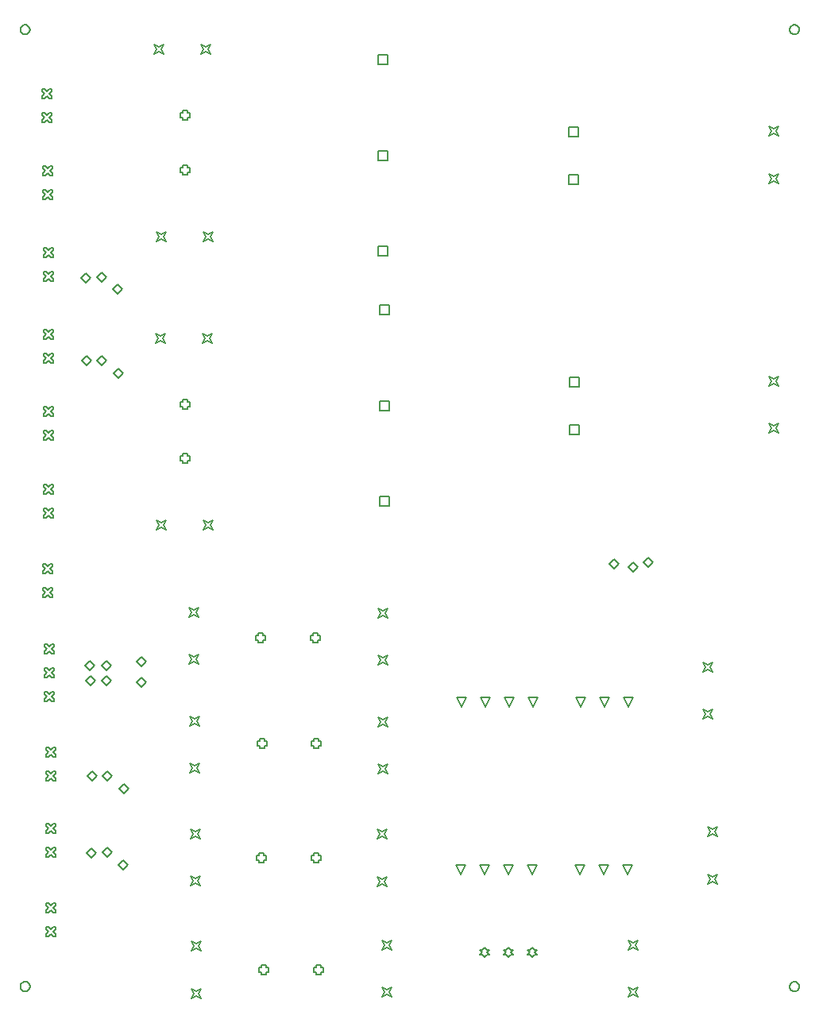
<source format=gbr>
%FSTAX23Y23*%
%MOIN*%
%SFA1B1*%

%IPPOS*%
%ADD49C,0.005000*%
%ADD72C,0.006667*%
%LNpcb.psu.dcdc.001.a1_drawing_1-1*%
%LPD*%
G54D49*
X01644Y02574D02*
Y02614D01*
X01684*
Y02574*
X01644*
Y02172D02*
Y02212D01*
X01684*
Y02172*
X01644*
Y02976D02*
Y03016D01*
X01684*
Y02976*
X01644*
X02443Y02474D02*
Y02514D01*
X02483*
Y02474*
X02443*
Y02674D02*
Y02714D01*
X02483*
Y02674*
X02443*
X0164Y03623D02*
Y03663D01*
X0168*
Y03623*
X0164*
Y03222D02*
Y03262D01*
X0168*
Y03222*
X0164*
Y04025D02*
Y04065D01*
X0168*
Y04025*
X0164*
X02439Y03523D02*
Y03563D01*
X02479*
Y03523*
X02439*
Y03724D02*
Y03764D01*
X02479*
Y03724*
X02439*
X01986Y00625D02*
X01966Y00665D01*
X02006*
X01986Y00625*
X02086D02*
X02066Y00665D01*
X02106*
X02086Y00625*
X02186D02*
X02166Y00665D01*
X02206*
X02186Y00625*
X02286D02*
X02266Y00665D01*
X02306*
X02286Y00625*
X02486D02*
X02466Y00665D01*
X02506*
X02486Y00625*
X02586D02*
X02566Y00665D01*
X02606*
X02586Y00625*
X02686D02*
X02666Y00665D01*
X02706*
X02686Y00625*
X02284Y00281D02*
X02294Y00291D01*
X02304*
X02294Y00301*
X02304Y00311*
X02294*
X02284Y00321*
X02274Y00311*
X02264*
X02274Y00301*
X02264Y00291*
X02274*
X02284Y00281*
X02184D02*
X02194Y00291D01*
X02204*
X02194Y00301*
X02204Y00311*
X02194*
X02184Y00321*
X02174Y00311*
X02164*
X02174Y00301*
X02164Y00291*
X02174*
X02184Y00281*
X02084D02*
X02094Y00291D01*
X02104*
X02094Y00301*
X02104Y00311*
X02094*
X02084Y00321*
X02074Y00311*
X02064*
X02074Y00301*
X02064Y00291*
X02074*
X02084Y00281*
X01655Y00114D02*
X01665Y00134D01*
X01655Y00154*
X01675Y00144*
X01695Y00154*
X01685Y00134*
X01695Y00114*
X01675Y00124*
X01655Y00114*
Y00311D02*
X01665Y00331D01*
X01655Y00351*
X01675Y00341*
X01695Y00351*
X01685Y00331*
X01695Y00311*
X01675Y00321*
X01655Y00311*
X0114Y00686D02*
Y00676D01*
X0116*
Y00686*
X0117*
Y00706*
X0116*
Y00716*
X0114*
Y00706*
X0113*
Y00686*
X0114*
X01368D02*
Y00676D01*
X01388*
Y00686*
X01398*
Y00706*
X01388*
Y00716*
X01368*
Y00706*
X01358*
Y00686*
X01368*
X00851Y0058D02*
X00861Y006D01*
X00851Y0062*
X00871Y0061*
X00891Y0062*
X00881Y006*
X00891Y0058*
X00871Y0059*
X00851Y0058*
Y00777D02*
X00861Y00797D01*
X00851Y00817*
X00871Y00807*
X00891Y00817*
X00881Y00797*
X00891Y00777*
X00871Y00787*
X00851Y00777*
X00849Y01054D02*
X00859Y01074D01*
X00849Y01094*
X00869Y01084*
X00889Y01094*
X00879Y01074*
X00889Y01054*
X00869Y01064*
X00849Y01054*
Y01251D02*
X00859Y01271D01*
X00849Y01291*
X00869Y01281*
X00889Y01291*
X00879Y01271*
X00889Y01251*
X00869Y01261*
X00849Y01251*
X0328Y0248D02*
X0329Y025D01*
X0328Y0252*
X033Y0251*
X0332Y0252*
X0331Y025*
X0332Y0248*
X033Y0249*
X0328Y0248*
Y02676D02*
X0329Y02696D01*
X0328Y02716*
X033Y02706*
X0332Y02716*
X0331Y02696*
X0332Y02676*
X033Y02686*
X0328Y02676*
X00817Y02362D02*
Y02352D01*
X00837*
Y02362*
X00847*
Y02382*
X00837*
Y02392*
X00817*
Y02382*
X00807*
Y02362*
X00817*
Y0259D02*
Y0258D01*
X00837*
Y0259*
X00847*
Y0261*
X00837*
Y0262*
X00817*
Y0261*
X00807*
Y0259*
X00817*
X00818Y03573D02*
Y03563D01*
X00838*
Y03573*
X00848*
Y03593*
X00838*
Y03603*
X00818*
Y03593*
X00808*
Y03573*
X00818*
Y03802D02*
Y03792D01*
X00838*
Y03802*
X00848*
Y03822*
X00838*
Y03832*
X00818*
Y03822*
X00808*
Y03802*
X00818*
X00234Y03117D02*
X00244D01*
X00254Y03127*
X00264Y03117*
X00274*
Y03127*
X00264Y03137*
X00274Y03147*
Y03157*
X00264*
X00254Y03147*
X00244Y03157*
X00234*
Y03147*
X00244Y03137*
X00234Y03127*
Y03117*
Y03217D02*
X00244D01*
X00254Y03227*
X00264Y03217*
X00274*
Y03227*
X00264Y03237*
X00274Y03247*
Y03257*
X00264*
X00254Y03247*
X00244Y03257*
X00234*
Y03247*
X00244Y03237*
X00234Y03227*
Y03217*
X01988Y01329D02*
X01968Y01369D01*
X02008*
X01988Y01329*
X02088D02*
X02068Y01369D01*
X02108*
X02088Y01329*
X02188D02*
X02168Y01369D01*
X02208*
X02188Y01329*
X02288D02*
X02268Y01369D01*
X02308*
X02288Y01329*
X02488D02*
X02468Y01369D01*
X02508*
X02488Y01329*
X02588D02*
X02568Y01369D01*
X02608*
X02588Y01329*
X02688D02*
X02668Y01369D01*
X02708*
X02688Y01329*
X0023Y03784D02*
X0024D01*
X0025Y03794*
X0026Y03784*
X0027*
Y03794*
X0026Y03804*
X0027Y03814*
Y03824*
X0026*
X0025Y03814*
X0024Y03824*
X0023*
Y03814*
X0024Y03804*
X0023Y03794*
Y03784*
Y03884D02*
X0024D01*
X0025Y03894*
X0026Y03884*
X0027*
Y03894*
X0026Y03904*
X0027Y03914*
Y03924*
X0026*
X0025Y03914*
X0024Y03924*
X0023*
Y03914*
X0024Y03904*
X0023Y03894*
Y03884*
X00233Y0346D02*
X00243D01*
X00253Y0347*
X00263Y0346*
X00273*
Y0347*
X00263Y0348*
X00273Y0349*
Y035*
X00263*
X00253Y0349*
X00243Y035*
X00233*
Y0349*
X00243Y0348*
X00233Y0347*
Y0346*
Y0356D02*
X00243D01*
X00253Y0357*
X00263Y0356*
X00273*
Y0357*
X00263Y0358*
X00273Y0359*
Y036*
X00263*
X00253Y0359*
X00243Y036*
X00233*
Y0359*
X00243Y0358*
X00233Y0357*
Y0356*
X0328Y03528D02*
X0329Y03548D01*
X0328Y03568*
X033Y03558*
X0332Y03568*
X0331Y03548*
X0332Y03528*
X033Y03538*
X0328Y03528*
Y03725D02*
X0329Y03745D01*
X0328Y03765*
X033Y03755*
X0332Y03765*
X0331Y03745*
X0332Y03725*
X033Y03735*
X0328Y03725*
X00245Y00366D02*
X00255D01*
X00265Y00376*
X00275Y00366*
X00285*
Y00376*
X00275Y00386*
X00285Y00396*
Y00406*
X00275*
X00265Y00396*
X00255Y00406*
X00245*
Y00396*
X00255Y00386*
X00245Y00376*
Y00366*
Y00466D02*
X00255D01*
X00265Y00476*
X00275Y00466*
X00285*
Y00476*
X00275Y00486*
X00285Y00496*
Y00506*
X00275*
X00265Y00496*
X00255Y00506*
X00245*
Y00496*
X00255Y00486*
X00245Y00476*
Y00466*
X00233Y0179D02*
X00243D01*
X00253Y018*
X00263Y0179*
X00273*
Y018*
X00263Y0181*
X00273Y0182*
Y0183*
X00263*
X00253Y0182*
X00243Y0183*
X00233*
Y0182*
X00243Y0181*
X00233Y018*
Y0179*
Y0189D02*
X00243D01*
X00253Y019*
X00263Y0189*
X00273*
Y019*
X00263Y0191*
X00273Y0192*
Y0193*
X00263*
X00253Y0192*
X00243Y0193*
X00233*
Y0192*
X00243Y0191*
X00233Y019*
Y0189*
X00234Y02124D02*
X00244D01*
X00254Y02134*
X00264Y02124*
X00274*
Y02134*
X00264Y02144*
X00274Y02154*
Y02164*
X00264*
X00254Y02154*
X00244Y02164*
X00234*
Y02154*
X00244Y02144*
X00234Y02134*
Y02124*
Y02224D02*
X00244D01*
X00254Y02234*
X00264Y02224*
X00274*
Y02234*
X00264Y02244*
X00274Y02254*
Y02264*
X00264*
X00254Y02254*
X00244Y02264*
X00234*
Y02254*
X00244Y02244*
X00234Y02234*
Y02224*
X00236Y0245D02*
X00246D01*
X00256Y0246*
X00266Y0245*
X00276*
Y0246*
X00266Y0247*
X00276Y0248*
Y0249*
X00266*
X00256Y0248*
X00246Y0249*
X00236*
Y0248*
X00246Y0247*
X00236Y0246*
Y0245*
Y0255D02*
X00246D01*
X00256Y0256*
X00266Y0255*
X00276*
Y0256*
X00266Y0257*
X00276Y0258*
Y0259*
X00266*
X00256Y0258*
X00246Y0259*
X00236*
Y0258*
X00246Y0257*
X00236Y0256*
Y0255*
X00246Y00699D02*
X00256D01*
X00266Y00709*
X00276Y00699*
X00286*
Y00709*
X00276Y00719*
X00286Y00729*
Y00739*
X00276*
X00266Y00729*
X00256Y00739*
X00246*
Y00729*
X00256Y00719*
X00246Y00709*
Y00699*
Y00799D02*
X00256D01*
X00266Y00809*
X00276Y00799*
X00286*
Y00809*
X00276Y00819*
X00286Y00829*
Y00839*
X00276*
X00266Y00829*
X00256Y00839*
X00246*
Y00829*
X00256Y00819*
X00246Y00809*
Y00799*
X00856Y00108D02*
X00866Y00128D01*
X00856Y00148*
X00876Y00138*
X00896Y00148*
X00886Y00128*
X00896Y00108*
X00876Y00118*
X00856Y00108*
Y00305D02*
X00866Y00325D01*
X00856Y00345*
X00876Y00335*
X00896Y00345*
X00886Y00325*
X00896Y00305*
X00876Y00315*
X00856Y00305*
X0269Y00112D02*
X027Y00132D01*
X0269Y00152*
X0271Y00142*
X0273Y00152*
X0272Y00132*
X0273Y00112*
X0271Y00122*
X0269Y00112*
Y00309D02*
X027Y00329D01*
X0269Y00349*
X0271Y00339*
X0273Y00349*
X0272Y00329*
X0273Y00309*
X0271Y00319*
X0269Y00309*
X00244Y0102D02*
X00254D01*
X00264Y0103*
X00274Y0102*
X00284*
Y0103*
X00274Y0104*
X00284Y0105*
Y0106*
X00274*
X00264Y0105*
X00254Y0106*
X00244*
Y0105*
X00254Y0104*
X00244Y0103*
Y0102*
Y0112D02*
X00254D01*
X00264Y0113*
X00274Y0112*
X00284*
Y0113*
X00274Y0114*
X00284Y0115*
Y0116*
X00274*
X00264Y0115*
X00254Y0116*
X00244*
Y0115*
X00254Y0114*
X00244Y0113*
Y0112*
X01634Y00578D02*
X01644Y00598D01*
X01634Y00618*
X01654Y00608*
X01674Y00618*
X01664Y00598*
X01674Y00578*
X01654Y00588*
X01634Y00578*
Y00775D02*
X01644Y00795D01*
X01634Y00815*
X01654Y00805*
X01674Y00815*
X01664Y00795*
X01674Y00775*
X01654Y00785*
X01634Y00775*
X03023Y00588D02*
X03033Y00608D01*
X03023Y00628*
X03043Y00618*
X03063Y00628*
X03053Y00608*
X03063Y00588*
X03043Y00598*
X03023Y00588*
Y00785D02*
X03033Y00805D01*
X03023Y00825*
X03043Y00815*
X03063Y00825*
X03053Y00805*
X03063Y00785*
X03043Y00795*
X03023Y00785*
X00237Y01352D02*
X00247D01*
X00257Y01362*
X00267Y01352*
X00277*
Y01362*
X00267Y01372*
X00277Y01382*
Y01392*
X00267*
X00257Y01382*
X00247Y01392*
X00237*
Y01382*
X00247Y01372*
X00237Y01362*
Y01352*
Y01552D02*
X00247D01*
X00257Y01562*
X00267Y01552*
X00277*
Y01562*
X00267Y01572*
X00277Y01582*
Y01592*
X00267*
X00257Y01582*
X00247Y01592*
X00237*
Y01582*
X00247Y01572*
X00237Y01562*
Y01552*
Y01452D02*
X00247D01*
X00257Y01462*
X00267Y01452*
X00277*
Y01462*
X00267Y01472*
X00277Y01482*
Y01492*
X00267*
X00257Y01482*
X00247Y01492*
X00237*
Y01482*
X00247Y01472*
X00237Y01462*
Y01452*
X00846Y01511D02*
X00856Y01531D01*
X00846Y01551*
X00866Y01541*
X00886Y01551*
X00876Y01531*
X00886Y01511*
X00866Y01521*
X00846Y01511*
Y01708D02*
X00856Y01728D01*
X00846Y01748*
X00866Y01738*
X00886Y01748*
X00876Y01728*
X00886Y01708*
X00866Y01718*
X00846Y01708*
X0137Y01165D02*
Y01155D01*
X0139*
Y01165*
X014*
Y01185*
X0139*
Y01195*
X0137*
Y01185*
X0136*
Y01165*
X0137*
X01142D02*
Y01155D01*
X01162*
Y01165*
X01172*
Y01185*
X01162*
Y01195*
X01142*
Y01185*
X01132*
Y01165*
X01142*
X01136Y0161D02*
Y016D01*
X01156*
Y0161*
X01166*
Y0163*
X01156*
Y0164*
X01136*
Y0163*
X01126*
Y0161*
X01136*
X01365D02*
Y016D01*
X01385*
Y0161*
X01395*
Y0163*
X01385*
Y0164*
X01365*
Y0163*
X01355*
Y0161*
X01365*
X01639Y01049D02*
X01649Y01069D01*
X01639Y01089*
X01659Y01079*
X01679Y01089*
X01669Y01069*
X01679Y01049*
X01659Y01059*
X01639Y01049*
Y01246D02*
X01649Y01266D01*
X01639Y01286*
X01659Y01276*
X01679Y01286*
X01669Y01266*
X01679Y01246*
X01659Y01256*
X01639Y01246*
Y01506D02*
X01649Y01526D01*
X01639Y01546*
X01659Y01536*
X01679Y01546*
X01669Y01526*
X01679Y01506*
X01659Y01516*
X01639Y01506*
Y01703D02*
X01649Y01723D01*
X01639Y01743*
X01659Y01733*
X01679Y01743*
X01669Y01723*
X01679Y01703*
X01659Y01713*
X01639Y01703*
X03003Y01281D02*
X03013Y01301D01*
X03003Y01321*
X03023Y01311*
X03043Y01321*
X03033Y01301*
X03043Y01281*
X03023Y01291*
X03003Y01281*
Y01478D02*
X03013Y01498D01*
X03003Y01518*
X03023Y01508*
X03043Y01518*
X03033Y01498*
X03043Y01478*
X03023Y01488*
X03003Y01478*
X00235Y02772D02*
X00245D01*
X00255Y02782*
X00265Y02772*
X00275*
Y02782*
X00265Y02792*
X00275Y02802*
Y02812*
X00265*
X00255Y02802*
X00245Y02812*
X00235*
Y02802*
X00245Y02792*
X00235Y02782*
Y02772*
Y02872D02*
X00245D01*
X00255Y02882*
X00265Y02872*
X00275*
Y02882*
X00265Y02892*
X00275Y02902*
Y02912*
X00265*
X00255Y02902*
X00245Y02912*
X00235*
Y02902*
X00245Y02892*
X00235Y02882*
Y02872*
X00709Y02074D02*
X00719Y02094D01*
X00709Y02114*
X00729Y02104*
X00749Y02114*
X00739Y02094*
X00749Y02074*
X00729Y02084*
X00709Y02074*
X00906D02*
X00916Y02094D01*
X00906Y02114*
X00926Y02104*
X00946Y02114*
X00936Y02094*
X00946Y02074*
X00926Y02084*
X00906Y02074*
X00706Y02857D02*
X00716Y02877D01*
X00706Y02897*
X00726Y02887*
X00746Y02897*
X00736Y02877*
X00746Y02857*
X00726Y02867*
X00706Y02857*
X00903D02*
X00913Y02877D01*
X00903Y02897*
X00923Y02887*
X00943Y02897*
X00933Y02877*
X00943Y02857*
X00923Y02867*
X00903Y02857*
X00708Y03283D02*
X00718Y03303D01*
X00708Y03323*
X00728Y03313*
X00748Y03323*
X00738Y03303*
X00748Y03283*
X00728Y03293*
X00708Y03283*
X00905D02*
X00915Y03303D01*
X00905Y03323*
X00925Y03313*
X00945Y03323*
X00935Y03303*
X00945Y03283*
X00925Y03293*
X00905Y03283*
X00697Y0407D02*
X00707Y0409D01*
X00697Y0411*
X00717Y041*
X00737Y0411*
X00727Y0409*
X00737Y0407*
X00717Y0408*
X00697Y0407*
X00894D02*
X00904Y0409D01*
X00894Y0411*
X00914Y041*
X00934Y0411*
X00924Y0409*
X00934Y0407*
X00914Y0408*
X00894Y0407*
X0115Y00217D02*
Y00207D01*
X0117*
Y00217*
X0118*
Y00237*
X0117*
Y00247*
X0115*
Y00237*
X0114*
Y00217*
X0115*
X01378D02*
Y00207D01*
X01398*
Y00217*
X01408*
Y00237*
X01398*
Y00247*
X01378*
Y00237*
X01368*
Y00217*
X01378*
X02753Y01936D02*
X02773Y01956D01*
X02793Y01936*
X02773Y01916*
X02753Y01936*
X00393Y03131D02*
X00413Y03151D01*
X00433Y03131*
X00413Y03111*
X00393Y03131*
X00458Y03132D02*
X00478Y03152D01*
X00498Y03132*
X00478Y03112*
X00458Y03132*
X00524Y03083D02*
X00544Y03103D01*
X00564Y03083*
X00544Y03063*
X00524Y03083*
X00395Y02783D02*
X00415Y02803D01*
X00435Y02783*
X00415Y02763*
X00395Y02783*
X0046D02*
X0048Y02803D01*
X005Y02783*
X0048Y02763*
X0046Y02783*
X00529Y02731D02*
X00549Y02751D01*
X00569Y02731*
X00549Y02711*
X00529Y02731*
X00412Y0144D02*
X00432Y0146D01*
X00452Y0144*
X00432Y0142*
X00412Y0144*
X00478D02*
X00498Y0146D01*
X00518Y0144*
X00498Y0142*
X00478Y0144*
X0041Y01504D02*
X0043Y01524D01*
X0045Y01504*
X0043Y01484*
X0041Y01504*
X00477D02*
X00497Y01524D01*
X00517Y01504*
X00497Y01484*
X00477Y01504*
X00625Y01521D02*
X00645Y01541D01*
X00665Y01521*
X00645Y01501*
X00625Y01521*
X00626Y01432D02*
X00646Y01452D01*
X00666Y01432*
X00646Y01412*
X00626Y01432*
X00552Y00988D02*
X00572Y01008D01*
X00592Y00988*
X00572Y00968*
X00552Y00988*
X00483Y01041D02*
X00503Y01061D01*
X00523Y01041*
X00503Y01021*
X00483Y01041*
X00417Y01039D02*
X00437Y01059D01*
X00457Y01039*
X00437Y01019*
X00417Y01039*
X00416Y00718D02*
X00436Y00738D01*
X00456Y00718*
X00436Y00698*
X00416Y00718*
X00482Y00719D02*
X00502Y00739D01*
X00522Y00719*
X00502Y00699*
X00482Y00719*
X0055Y00665D02*
X0057Y00685D01*
X0059Y00665*
X0057Y00645*
X0055Y00665*
X02608Y0193D02*
X02628Y0195D01*
X02648Y0193*
X02628Y0191*
X02608Y0193*
X02687Y01918D02*
X02707Y01938D01*
X02727Y01918*
X02707Y01898*
X02687Y01918*
G54D72*
X03405Y04173D02*
D01*
X03405Y04174*
X03405Y04176*
X03405Y04177*
X03405Y04178*
X03404Y0418*
X03404Y04181*
X03403Y04182*
X03402Y04183*
X03402Y04184*
X03401Y04186*
X034Y04187*
X03399Y04188*
X03398Y04188*
X03397Y04189*
X03395Y0419*
X03394Y04191*
X03393Y04191*
X03392Y04192*
X0339Y04192*
X03389Y04192*
X03387Y04193*
X03386Y04193*
X03385*
X03383Y04193*
X03382Y04192*
X0338Y04192*
X03379Y04192*
X03378Y04191*
X03377Y04191*
X03375Y0419*
X03374Y04189*
X03373Y04188*
X03372Y04188*
X03371Y04187*
X0337Y04186*
X03369Y04184*
X03368Y04183*
X03368Y04182*
X03367Y04181*
X03367Y0418*
X03366Y04178*
X03366Y04177*
X03366Y04176*
X03365Y04174*
X03365Y04173*
X03365Y04171*
X03366Y0417*
X03366Y04169*
X03366Y04167*
X03367Y04166*
X03367Y04165*
X03368Y04163*
X03368Y04162*
X03369Y04161*
X0337Y0416*
X03371Y04159*
X03372Y04158*
X03373Y04157*
X03374Y04156*
X03375Y04155*
X03377Y04155*
X03378Y04154*
X03379Y04154*
X0338Y04153*
X03382Y04153*
X03383Y04153*
X03385Y04153*
X03386*
X03387Y04153*
X03389Y04153*
X0339Y04153*
X03392Y04154*
X03393Y04154*
X03394Y04155*
X03395Y04155*
X03397Y04156*
X03398Y04157*
X03399Y04158*
X034Y04159*
X03401Y0416*
X03402Y04161*
X03402Y04162*
X03403Y04163*
X03404Y04165*
X03404Y04166*
X03405Y04167*
X03405Y04169*
X03405Y0417*
X03405Y04171*
X03405Y04173*
Y00157D02*
D01*
X03405Y00158*
X03405Y0016*
X03405Y00161*
X03405Y00162*
X03404Y00164*
X03404Y00165*
X03403Y00166*
X03402Y00168*
X03402Y00169*
X03401Y0017*
X034Y00171*
X03399Y00172*
X03398Y00173*
X03397Y00174*
X03395Y00174*
X03394Y00175*
X03393Y00176*
X03392Y00176*
X0339Y00176*
X03389Y00177*
X03387Y00177*
X03386Y00177*
X03385*
X03383Y00177*
X03382Y00177*
X0338Y00176*
X03379Y00176*
X03378Y00176*
X03377Y00175*
X03375Y00174*
X03374Y00174*
X03373Y00173*
X03372Y00172*
X03371Y00171*
X0337Y0017*
X03369Y00169*
X03368Y00168*
X03368Y00166*
X03367Y00165*
X03367Y00164*
X03366Y00162*
X03366Y00161*
X03366Y0016*
X03365Y00158*
X03365Y00157*
X03365Y00156*
X03366Y00154*
X03366Y00153*
X03366Y00151*
X03367Y0015*
X03367Y00149*
X03368Y00148*
X03368Y00146*
X03369Y00145*
X0337Y00144*
X03371Y00143*
X03372Y00142*
X03373Y00141*
X03374Y0014*
X03375Y0014*
X03377Y00139*
X03378Y00138*
X03379Y00138*
X0338Y00138*
X03382Y00137*
X03383Y00137*
X03385Y00137*
X03386*
X03387Y00137*
X03389Y00137*
X0339Y00138*
X03392Y00138*
X03393Y00138*
X03394Y00139*
X03395Y0014*
X03397Y0014*
X03398Y00141*
X03399Y00142*
X034Y00143*
X03401Y00144*
X03402Y00145*
X03402Y00146*
X03403Y00148*
X03404Y00149*
X03404Y0015*
X03405Y00151*
X03405Y00153*
X03405Y00154*
X03405Y00156*
X03405Y00157*
X00177D02*
D01*
X00177Y00158*
X00177Y0016*
X00177Y00161*
X00176Y00162*
X00176Y00164*
X00175Y00165*
X00175Y00166*
X00174Y00168*
X00173Y00169*
X00172Y0017*
X00171Y00171*
X0017Y00172*
X00169Y00173*
X00168Y00174*
X00167Y00174*
X00166Y00175*
X00164Y00176*
X00163Y00176*
X00162Y00176*
X0016Y00177*
X00159Y00177*
X00158Y00177*
X00156*
X00155Y00177*
X00154Y00177*
X00152Y00176*
X00151Y00176*
X00149Y00176*
X00148Y00175*
X00147Y00174*
X00146Y00174*
X00145Y00173*
X00144Y00172*
X00143Y00171*
X00142Y0017*
X00141Y00169*
X0014Y00168*
X00139Y00166*
X00139Y00165*
X00138Y00164*
X00138Y00162*
X00137Y00161*
X00137Y0016*
X00137Y00158*
X00137Y00157*
X00137Y00156*
X00137Y00154*
X00137Y00153*
X00138Y00151*
X00138Y0015*
X00139Y00149*
X00139Y00148*
X0014Y00146*
X00141Y00145*
X00142Y00144*
X00143Y00143*
X00144Y00142*
X00145Y00141*
X00146Y0014*
X00147Y0014*
X00148Y00139*
X00149Y00138*
X00151Y00138*
X00152Y00138*
X00154Y00137*
X00155Y00137*
X00156Y00137*
X00158*
X00159Y00137*
X0016Y00137*
X00162Y00138*
X00163Y00138*
X00164Y00138*
X00166Y00139*
X00167Y0014*
X00168Y0014*
X00169Y00141*
X0017Y00142*
X00171Y00143*
X00172Y00144*
X00173Y00145*
X00174Y00146*
X00175Y00148*
X00175Y00149*
X00176Y0015*
X00176Y00151*
X00177Y00153*
X00177Y00154*
X00177Y00156*
X00177Y00157*
Y04173D02*
D01*
X00177Y04174*
X00177Y04176*
X00177Y04177*
X00176Y04178*
X00176Y0418*
X00175Y04181*
X00175Y04182*
X00174Y04183*
X00173Y04184*
X00172Y04186*
X00171Y04187*
X0017Y04188*
X00169Y04188*
X00168Y04189*
X00167Y0419*
X00166Y04191*
X00164Y04191*
X00163Y04192*
X00162Y04192*
X0016Y04192*
X00159Y04193*
X00158Y04193*
X00156*
X00155Y04193*
X00154Y04192*
X00152Y04192*
X00151Y04192*
X00149Y04191*
X00148Y04191*
X00147Y0419*
X00146Y04189*
X00145Y04188*
X00144Y04188*
X00143Y04187*
X00142Y04186*
X00141Y04184*
X0014Y04183*
X00139Y04182*
X00139Y04181*
X00138Y0418*
X00138Y04178*
X00137Y04177*
X00137Y04176*
X00137Y04174*
X00137Y04173*
X00137Y04171*
X00137Y0417*
X00137Y04169*
X00138Y04167*
X00138Y04166*
X00139Y04165*
X00139Y04163*
X0014Y04162*
X00141Y04161*
X00142Y0416*
X00143Y04159*
X00144Y04158*
X00145Y04157*
X00146Y04156*
X00147Y04155*
X00148Y04155*
X00149Y04154*
X00151Y04154*
X00152Y04153*
X00154Y04153*
X00155Y04153*
X00156Y04153*
X00158*
X00159Y04153*
X0016Y04153*
X00162Y04153*
X00163Y04154*
X00164Y04154*
X00166Y04155*
X00167Y04155*
X00168Y04156*
X00169Y04157*
X0017Y04158*
X00171Y04159*
X00172Y0416*
X00173Y04161*
X00174Y04162*
X00175Y04163*
X00175Y04165*
X00176Y04166*
X00176Y04167*
X00177Y04169*
X00177Y0417*
X00177Y04171*
X00177Y04173*
M02*
</source>
